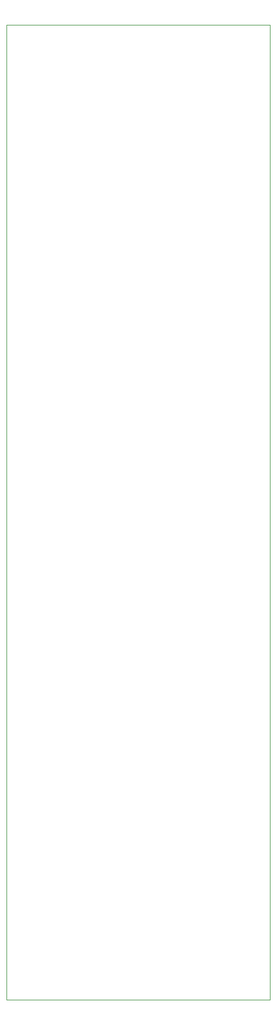
<source format=gbr>
%TF.GenerationSoftware,KiCad,Pcbnew,8.0.6*%
%TF.CreationDate,2025-02-23T20:10:21-06:00*%
%TF.ProjectId,fullycustomcontrolle one hand,66756c6c-7963-4757-9374-6f6d636f6e74,rev?*%
%TF.SameCoordinates,Original*%
%TF.FileFunction,Profile,NP*%
%FSLAX46Y46*%
G04 Gerber Fmt 4.6, Leading zero omitted, Abs format (unit mm)*
G04 Created by KiCad (PCBNEW 8.0.6) date 2025-02-23 20:10:21*
%MOMM*%
%LPD*%
G01*
G04 APERTURE LIST*
%TA.AperFunction,Profile*%
%ADD10C,0.050000*%
%TD*%
G04 APERTURE END LIST*
D10*
X175750000Y-23250000D02*
X213500000Y-23250000D01*
X213500000Y-162675000D01*
X175750000Y-162675000D01*
X175750000Y-23250000D01*
M02*

</source>
